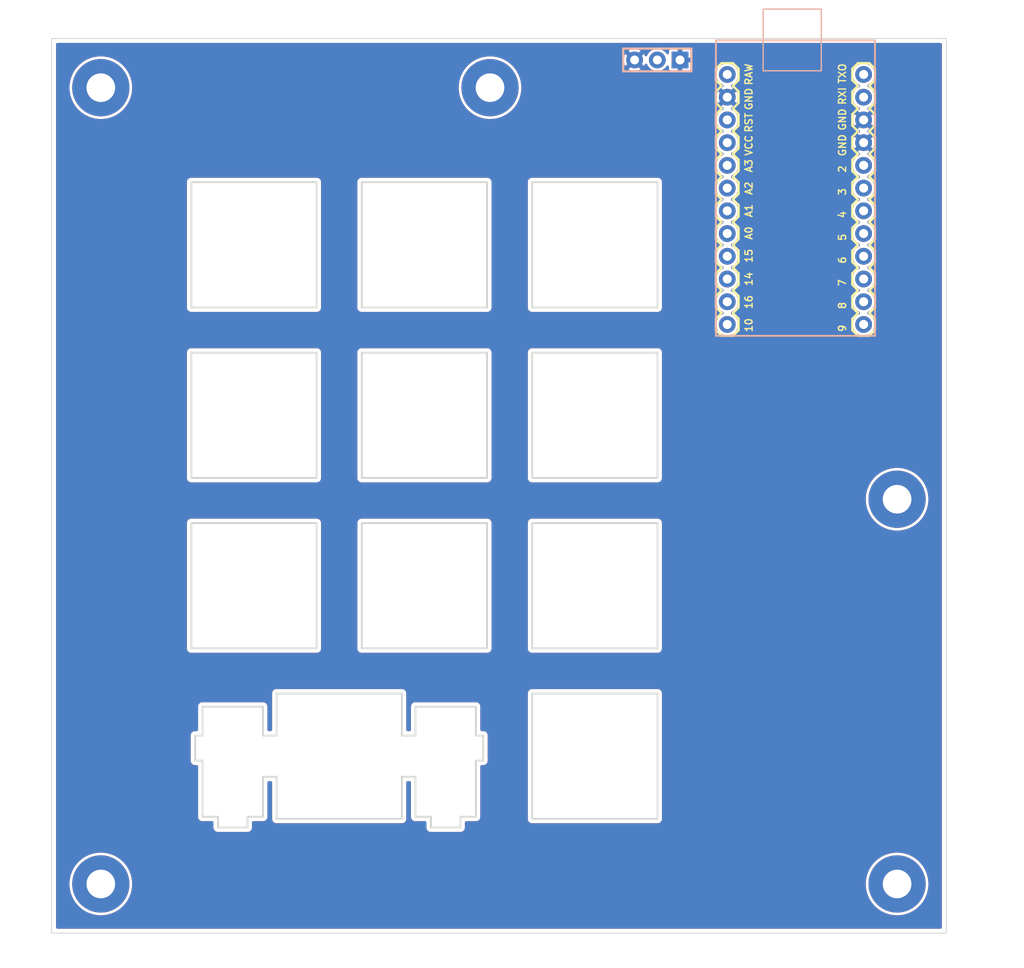
<source format=kicad_pcb>
(kicad_pcb (version 20211014) (generator pcbnew)
  (layers (0 "F.Cu" signal) (31 "B.Cu" signal) (34 "B.Paste" user) (35 "F.Paste" user) (36 "B.SilkS" user "B.Silkscreen") (37 "F.SilkS" user "F.Silkscreen") (38 "B.Mask" user) (39 "F.Mask" user) (44 "Edge.Cuts" user))
  (net 0 "")
  (net 1 "GND")
  (net 2 "+5V")
  (net 3 "row0")
  (net 4 "row1")
  (net 5 "row2")
  (net 6 "row3")
  (net 7 "/reset")
  (net 8 "RGB")
  (net 9 "col2")
  (net 10 "col1")
  (net 11 "col0")
  (footprint "MountingHole:MountingHole_3.2mm_M3_Pad" (layer "F.Cu") (at -7.5 4.5)
    (fp_text reference "REF**" hide)
    (fp_text value "MountingHole_3.2mm_M3_Pad")
    (pad "1" thru_hole circle (at 0 0) (size 6.4 6.4) (drill 3.2) (layers *.Cu *.Mask))
  )
  (footprint "MountingHole:MountingHole_3.2mm_M3_Pad" (layer "F.Cu") (at 36 -84.5)
    (fp_text reference "REF**" hide)
    (fp_text value "MountingHole_3.2mm_M3_Pad")
    (pad "1" thru_hole circle (at 0 0) (size 6.4 6.4) (drill 3.2) (layers *.Cu *.Mask))
  )
  (footprint "MountingHole:MountingHole_3.2mm_M3_Pad" (layer "F.Cu") (at 81.5 -38.5)
    (fp_text reference "REF**" hide)
    (fp_text value "MountingHole_3.2mm_M3_Pad")
    (pad "1" thru_hole circle (at 0 0) (size 6.4 6.4) (drill 3.2) (layers *.Cu *.Mask))
  )
  (footprint "MountingHole:MountingHole_3.2mm_M3_Pad" (layer "F.Cu") (at 81.5 4.5)
    (fp_text reference "REF**" hide)
    (fp_text value "MountingHole_3.2mm_M3_Pad")
    (pad "1" thru_hole circle (at 0 0) (size 6.4 6.4) (drill 3.2) (layers *.Cu *.Mask))
  )
  (footprint "MountingHole:MountingHole_3.2mm_M3_Pad" (layer "F.Cu") (at -7.5 -84.5)
    (fp_text reference "REF**" hide)
    (fp_text value "MountingHole_3.2mm_M3_Pad")
    (pad "1" thru_hole circle (at 0 0) (size 6.4 6.4) (drill 3.2) (layers *.Cu *.Mask))
  )
  (footprint "kicad_lceda:排针3P" (layer "B.Cu") (at 54.7 -87.6 180)
    (fp_text reference "J1")
    (fp_text value "lceda")
    (fp_line (start 3.81 -1.27) (end -3.81 -1.27) (layer "B.SilkS") (width 0.254))
    (fp_line (start 3.81 1.27) (end 3.81 -1.27) (layer "B.SilkS") (width 0.254))
    (fp_line (start -3.81 1.27) (end 3.81 1.27) (layer "B.SilkS") (width 0.254))
    (fp_line (start -3.81 -1.27) (end -3.81 1.27) (layer "B.SilkS") (width 0.254))
    (pad "1" thru_hole rect locked (at -2.54 0 180) (size 1.88 1.88) (drill 1) (layers *.Cu *.Mask) (net 1 "GND"))
    (pad "2" thru_hole circle locked (at 0 0 180) (size 1.88 1.88) (drill 1) (layers *.Cu *.Mask) (net 7 "/reset"))
    (pad "3" thru_hole circle locked (at 2.54 0 180) (size 1.88 1.88) (drill 1) (layers *.Cu *.Mask) (net 1 "GND"))
  )
  (footprint "kicad_lceda:Arduino_PRO_MICRO" (layer "B.Cu") (at 79.0285 -89.786 180)
    (fp_text reference "P1")
    (fp_text value "Pro_Micro_-_5V")
    (fp_text user "RST" (at 14.1 -7.998411 90) (layer "F.SilkS") (effects (font (size 0.8 0.8) (thickness 0.152)) (justify right)))
    (fp_text user "6" (at 3.644 -24.071428 90) (layer "F.SilkS") (effects (font (size 0.8 0.8) (thickness 0.152)) (justify right)))
    (fp_text user "A0" (at 14.1 -20.71749 90) (layer "F.SilkS") (effects (font (size 0.8 0.8) (thickness 0.152)) (justify right)))
    (fp_text user "3" (at 3.644 -16.442857 90) (layer "F.SilkS") (effects (font (size 0.8 0.8) (thickness 0.152)) (justify right)))
    (fp_text user "GND" (at 3.644 -10.4 90) (layer "F.SilkS") (effects (font (size 0.8 0.8) (thickness 0.152)) (justify right)))
    (fp_text user "14" (at 14.1 -25.805341 90) (layer "F.SilkS") (effects (font (size 0.8 0.8) (thickness 0.152)) (justify right)))
    (fp_text user "GND" (at 3.644 -7.525397 90) (layer "F.SilkS") (effects (font (size 0.8 0.8) (thickness 0.152)) (justify right)))
    (fp_text user "5" (at 3.644 -21.528571 90) (layer "F.SilkS") (effects (font (size 0.8 0.8) (thickness 0.152)) (justify right)))
    (fp_text user "8" (at 3.644 -29.157142 90) (layer "F.SilkS") (effects (font (size 0.8 0.8) (thickness 0.152)) (justify right)))
    (fp_text user "A1" (at 14.1 -18.21166 90) (layer "F.SilkS") (effects (font (size 0.8 0.8) (thickness 0.152)) (justify right)))
    (fp_text user "GND" (at 14.1 -5.230158 90) (layer "F.SilkS") (effects (font (size 0.8 0.8) (thickness 0.152)) (justify right)))
    (fp_text user "RAW" (at 14.1 -2.5 90) (layer "F.SilkS") (effects (font (size 0.8 0.8) (thickness 0.152)) (justify right)))
    (fp_text user "9" (at 3.644 -31.7 90) (layer "F.SilkS") (effects (font (size 0.8 0.8) (thickness 0.152)) (justify right)))
    (fp_text user "RXI" (at 3.644 -5.146032 90) (layer "F.SilkS") (effects (font (size 0.8 0.8) (thickness 0.152)) (justify right)))
    (fp_text user "16" (at 14.1 -28.387362 90) (layer "F.SilkS") (effects (font (size 0.8 0.8) (thickness 0.152)) (justify right)))
    (fp_text user "A3" (at 14.1 -13.2 90) (layer "F.SilkS") (effects (font (size 0.8 0.8) (thickness 0.152)) (justify right)))
    (fp_text user "TXO" (at 3.644 -2.5 90) (layer "F.SilkS") (effects (font (size 0.8 0.8) (thickness 0.152)) (justify right)))
    (fp_text user "10" (at 14.1 -30.969389 90) (layer "F.SilkS") (effects (font (size 0.8 0.8) (thickness 0.152)) (justify right)))
    (fp_text user "A2" (at 14.1 -15.70583 90) (layer "F.SilkS") (effects (font (size 0.8 0.8) (thickness 0.152)) (justify right)))
    (fp_text user "2" (at 3.644 -13.9 90) (layer "F.SilkS") (effects (font (size 0.8 0.8) (thickness 0.152)) (justify right)))
    (fp_text user "VCC" (at 14.1 -10.5 90) (layer "F.SilkS") (effects (font (size 0.8 0.8) (thickness 0.152)) (justify right)))
    (fp_text user "7" (at 3.644 -26.614285 90) (layer "F.SilkS") (effects (font (size 0.8 0.8) (thickness 0.152)) (justify right)))
    (fp_text user "15" (at 14.1 -23.22332 90) (layer "F.SilkS") (effects (font (size 0.8 0.8) (thickness 0.152)) (justify right)))
    (fp_text user "4" (at 3.644 -18.985714 90) (layer "F.SilkS") (effects (font (size 0.8 0.8) (thickness 0.152)) (justify right)))
    (fp_line (start 0 0) (end 0 -33.02) (layer "B.SilkS") (width 0.203))
    (fp_line (start 17.78 -33.02) (end 17.78 0) (layer "B.SilkS") (width 0.203))
    (fp_line (start 0 -33.02) (end 17.78 -33.02) (layer "B.SilkS") (width 0.203))
    (fp_line (start 17.78 0) (end 0 0) (layer "B.SilkS") (width 0.203))
    (fp_rect (start 6 3.5) (end 12.5 -3.4) (layer "B.SilkS") (width 0.15) (fill none))
    (fp_line (start 15.24 -4.445) (end 15.875 -5.08) (layer "F.SilkS") (width 0.254))
    (fp_line (start 2.54 -20.955) (end 1.905 -20.32) (layer "F.SilkS") (width 0.254))
    (fp_line (start 0 -27.305) (end 0.635 -27.94) (layer "F.SilkS") (width 0.254))
    (fp_line (start 0 -22.225) (end 0.635 -22.86) (layer "F.SilkS") (width 0.254))
    (fp_line (start 1.905 -5.08) (end 2.54 -4.445) (layer "F.SilkS") (width 0.254))
    (fp_line (start 15.24 -29.845) (end 15.875 -30.48) (layer "F.SilkS") (width 0.254))
    (fp_line (start 1.905 -10.16) (end 2.54 -9.525) (layer "F.SilkS") (width 0.254))
    (fp_line (start 17.145 -20.32) (end 17.78 -19.685) (layer "F.SilkS") (width 0.254))
    (fp_line (start 17.145 -25.4) (end 17.78 -24.765) (layer "F.SilkS") (width 0.254))
    (fp_line (start 0 -32.385) (end 0.635 -33.02) (layer "F.SilkS") (width 0.254))
    (fp_line (start 15.875 -27.94) (end 15.24 -28.575) (layer "F.SilkS") (width 0.254))
    (fp_line (start 17.145 -5.08) (end 17.78 -4.445) (layer "F.SilkS") (width 0.254))
    (fp_line (start 2.54 -9.525) (end 2.54 -8.255) (layer "F.SilkS") (width 0.254))
    (fp_line (start 17.145 -2.54) (end 15.875 -2.54) (layer "F.SilkS") (width 0.254))
    (fp_line (start 0 -31.115) (end 0 -32.385) (layer "F.SilkS") (width 0.254))
    (fp_line (start 15.24 -28.575) (end 15.24 -29.845) (layer "F.SilkS") (width 0.254))
    (fp_line (start 15.24 -15.875) (end 15.24 -17.145) (layer "F.SilkS") (width 0.254))
    (fp_line (start 2.54 -28.575) (end 1.905 -27.94) (layer "F.SilkS") (width 0.254))
    (fp_line (start 1.905 -2.54) (end 0.635 -2.54) (layer "F.SilkS") (width 0.254))
    (fp_line (start 0 -13.335) (end 0 -14.605) (layer "F.SilkS") (width 0.254))
    (fp_line (start 15.24 -24.765) (end 15.875 -25.4) (layer "F.SilkS") (width 0.254))
    (fp_line (start 0 -28.575) (end 0 -29.845) (layer "F.SilkS") (width 0.254))
    (fp_line (start 0.635 -10.16) (end 0 -10.795) (layer "F.SilkS") (width 0.254))
    (fp_line (start 15.24 -14.605) (end 15.875 -15.24) (layer "F.SilkS") (width 0.254))
    (fp_line (start 0 -3.175) (end 0 -4.445) (layer "F.SilkS") (width 0.254))
    (fp_line (start 15.24 -26.035) (end 15.24 -27.305) (layer "F.SilkS") (width 0.254))
    (fp_line (start 1.905 -33.02) (end 2.54 -32.385) (layer "F.SilkS") (width 0.254))
    (fp_line (start 1.905 -15.24) (end 2.54 -14.605) (layer "F.SilkS") (width 0.254))
    (fp_line (start 1.905 -25.4) (end 2.54 -24.765) (layer "F.SilkS") (width 0.254))
    (fp_line (start 2.54 -6.985) (end 2.54 -5.715) (layer "F.SilkS") (width 0.254))
    (fp_line (start 0.635 -7.62) (end 0 -8.255) (layer "F.SilkS") (width 0.254))
    (fp_line (start 2.54 -18.415) (end 1.905 -17.78) (layer "F.SilkS") (width 0.254))
    (fp_line (start 1.905 -20.32) (end 2.54 -19.685) (layer "F.SilkS") (width 0.254))
    (fp_line (start 17.78 -9.525) (end 17.78 -8.255) (layer "F.SilkS") (width 0.254))
    (fp_line (start 15.875 -20.32) (end 15.24 -20.955) (layer "F.SilkS") (width 0.254))
    (fp_line (start 15.24 -18.415) (end 15.24 -19.685) (layer "F.SilkS") (width 0.254))
    (fp_line (start 15.24 -17.145) (end 15.875 -17.78) (layer "F.SilkS") (width 0.254))
    (fp_line (start 15.24 -8.255) (end 15.24 -9.525) (layer "F.SilkS") (width 0.254))
    (fp_line (start 15.24 -3.175) (end 15.24 -4.445) (layer "F.SilkS") (width 0.254))
    (fp_line (start 0 -29.845) (end 0.635 -30.48) (layer "F.SilkS") (width 0.254))
    (fp_line (start 0 -5.715) (end 0 -6.985) (layer "F.SilkS") (width 0.254))
    (fp_line (start 0.635 -15.24) (end 0 -15.875) (layer "F.SilkS") (width 0.254))
    (fp_line (start 17.78 -28.575) (end 17.145 -27.94) (layer "F.SilkS") (width 0.254))
    (fp_line (start 1.905 -22.86) (end 2.54 -22.225) (layer "F.SilkS") (width 0.254))
    (fp_line (start 0.635 -17.78) (end 0 -18.415) (layer "F.SilkS") (width 0.254))
    (fp_line (start 17.78 -23.495) (end 17.145 -22.86) (layer "F.SilkS") (width 0.254))
    (fp_line (start 15.24 -20.955) (end 15.24 -22.225) (layer "F.SilkS") (width 0.254))
    (fp_line (start 2.54 -31.115) (end 1.905 -30.48) (layer "F.SilkS") (width 0.254))
    (fp_line (start 17.145 -7.62) (end 17.78 -6.985) (layer "F.SilkS") (width 0.254))
    (fp_line (start 17.145 -15.24) (end 17.78 -14.605) (layer "F.SilkS") (width 0.254))
    (fp_line (start 0 -4.445) (end 0.635 -5.08) (layer "F.SilkS") (width 0.254))
    (fp_line (start 17.78 -26.035) (end 17.145 -25.4) (layer "F.SilkS") (width 0.254))
    (fp_line (start 2.54 -32.385) (end 2.54 -31.115) (layer "F.SilkS") (width 0.254))
    (fp_line (start 0 -26.035) (end 0 -27.305) (layer "F.SilkS") (width 0.254))
    (fp_line (start 17.145 -27.94) (end 17.78 -27.305) (layer "F.SilkS") (width 0.254))
    (fp_line (start 0.635 -12.7) (end 0 -13.335) (layer "F.SilkS") (width 0.254))
    (fp_line (start 2.54 -17.145) (end 2.54 -15.875) (layer "F.SilkS") (width 0.254))
    (fp_line (start 0.635 -5.08) (end 0 -5.715) (layer "F.SilkS") (width 0.254))
    (fp_line (start 2.54 -13.335) (end 1.905 -12.7) (layer "F.SilkS") (width 0.254))
    (fp_line (start 2.54 -4.445) (end 2.54 -3.175) (layer "F.SilkS") (width 0.254))
    (fp_line (start 0 -6.985) (end 0.635 -7.62) (layer "F.SilkS") (width 0.254))
    (fp_line (start 17.78 -15.875) (end 17.145 -15.24) (layer "F.SilkS") (width 0.254))
    (fp_line (start 17.78 -12.065) (end 17.78 -10.795) (layer "F.SilkS") (width 0.254))
    (fp_line (start 0 -12.065) (end 0.635 -12.7) (layer "F.SilkS") (width 0.254))
    (fp_line (start 15.875 -15.24) (end 15.24 -15.875) (layer "F.SilkS") (width 0.254))
    (fp_line (start 2.54 -5.715) (end 1.905 -5.08) (layer "F.SilkS") (width 0.254))
    (fp_line (start 17.145 -17.78) (end 17.78 -17.145) (layer "F.SilkS") (width 0.254))
    (fp_line (start 17.78 -29.845) (end 17.78 -28.575) (layer "F.SilkS") (width 0.254))
    (fp_line (start 15.875 -17.78) (end 15.24 -18.415) (layer "F.SilkS") (width 0.254))
    (fp_line (start 2.54 -8.255) (end 1.905 -7.62) (layer "F.SilkS") (width 0.254))
    (fp_line (start 0.635 -20.32) (end 0 -20.955) (layer "F.SilkS") (width 0.254))
    (fp_line (start 2.54 -26.035) (end 1.905 -25.4) (layer "F.SilkS") (width 0.254))
    (fp_line (start 17.78 -14.605) (end 17.78 -13.335) (layer "F.SilkS") (width 0.254))
    (fp_line (start 17.78 -19.685) (end 17.78 -18.415) (layer "F.SilkS") (width 0.254))
    (fp_line (start 1.905 -7.62) (end 2.54 -6.985) (layer "F.SilkS") (width 0.254))
    (fp_line (start 0 -9.525) (end 0.635 -10.16) (layer "F.SilkS") (width 0.254))
    (fp_line (start 17.78 -3.175) (end 17.145 -2.54) (layer "F.SilkS") (width 0.254))
    (fp_line (start 17.78 -13.335) (end 17.145 -12.7) (layer "F.SilkS") (width 0.254))
    (fp_line (start 0.635 -27.94) (end 0 -28.575) (layer "F.SilkS") (width 0.254))
    (fp_line (start 17.78 -32.385) (end 17.78 -31.115) (layer "F.SilkS") (width 0.254))
    (fp_line (start 0 -8.255) (end 0 -9.525) (layer "F.SilkS") (width 0.254))
    (fp_line (start 17.78 -4.445) (end 17.78 -3.175) (layer "F.SilkS") (width 0.254))
    (fp_line (start 0 -24.765) (end 0.635 -25.4) (layer "F.SilkS") (width 0.254))
    (fp_line (start 15.875 -25.4) (end 15.24 -26.035) (layer "F.SilkS") (width 0.254))
    (fp_line (start 17.78 -27.305) (end 17.78 -26.035) (layer "F.SilkS") (width 0.254))
    (fp_line (start 0 -17.145) (end 0.635 -17.78) (layer "F.SilkS") (width 0.254))
    (fp_line (start 0.635 -22.86) (end 0 -23.495) (layer "F.SilkS") (width 0.254))
    (fp_line (start 0 -20.955) (end 0 -22.225) (layer "F.SilkS") (width 0.254))
    (fp_line (start 2.54 -22.225) (end 2.54 -20.955) (layer "F.SilkS") (width 0.254))
    (fp_line (start 15.24 -6.985) (end 15.875 -7.62) (layer "F.SilkS") (width 0.254))
    (fp_line (start 17.78 -18.415) (end 17.145 -17.78) (layer "F.SilkS") (width 0.254))
    (fp_line (start 17.145 -10.16) (end 17.78 -9.525) (layer "F.SilkS") (width 0.254))
    (fp_line (start 15.24 -27.305) (end 15.875 -27.94) (layer "F.SilkS") (width 0.254))
    (fp_line (start 15.24 -12.065) (end 15.875 -12.7) (layer "F.SilkS") (width 0.254))
    (fp_line (start 0.635 -25.4) (end 0 -26.035) (layer "F.SilkS") (width 0.254))
    (fp_line (start 15.875 -10.16) (end 15.24 -10.795) (layer "F.SilkS") (width 0.254))
    (fp_line (start 17.78 -5.715) (end 17.145 -5.08) (layer "F.SilkS") (width 0.254))
    (fp_line (start 15.875 -30.48) (end 15.24 -31.115) (layer "F.SilkS") (width 0.254))
    (fp_line (start 17.78 -22.225) (end 17.78 -20.955) (layer "F.SilkS") (width 0.254))
    (fp_line (start 0 -10.795) (end 0 -12.065) (layer "F.SilkS") (width 0.254))
    (fp_line (start 2.54 -3.175) (end 1.905 -2.54) (layer "F.SilkS") (width 0.254))
    (fp_line (start 15.875 -22.86) (end 15.24 -23.495) (layer "F.SilkS") (width 0.254))
    (fp_line (start 2.54 -10.795) (end 1.905 -10.16) (layer "F.SilkS") (width 0.254))
    (fp_line (start 17.78 -6.985) (end 17.78 -5.715) (layer "F.SilkS") (width 0.254))
    (fp_line (start 17.78 -24.765) (end 17.78 -23.495) (layer "F.SilkS") (width 0.254))
    (fp_line (start 15.24 -13.335) (end 15.24 -14.605) (layer "F.SilkS") (width 0.254))
    (fp_line (start 15.24 -10.795) (end 15.24 -12.065) (layer "F.SilkS") (width 0.254))
    (fp_line (start 17.78 -8.255) (end 17.145 -7.62) (layer "F.SilkS") (width 0.254))
    (fp_line (start 15.24 -5.715) (end 15.24 -6.985) (layer "F.SilkS") (width 0.254))
    (fp_line (start 15.24 -22.225) (end 15.875 -22.86) (layer "F.SilkS") (width 0.254))
    (fp_line (start 2.54 -19.685) (end 2.54 -18.415) (layer "F.SilkS") (width 0.254))
    (fp_line (start 0 -14.605) (end 0.635 -15.24) (layer "F.SilkS") (width 0.254))
    (fp_line (start 17.145 -33.02) (end 17.78 -32.385) (layer "F.SilkS") (width 0.254))
    (fp_line (start 1.905 -30.48) (end 2.54 -29.845) (layer "F.SilkS") (width 0.254))
    (fp_line (start 15.24 -9.525) (end 15.875 -10.16) (layer "F.SilkS") (width 0.254))
    (fp_line (start 0.635 -33.02) (end 1.905 -33.02) (layer "F.SilkS") (width 0.254))
    (fp_line (start 15.875 -2.54) (end 15.24 -3.175) (layer "F.SilkS") (width 0.254))
    (fp_line (start 15.24 -32.385) (end 15.875 -33.02) (layer "F.SilkS") (width 0.254))
    (fp_line (start 17.145 -12.7) (end 17.78 -12.065) (layer "F.SilkS") (width 0.254))
    (fp_line (start 2.54 -24.765) (end 2.54 -23.495) (layer "F.SilkS") (width 0.254))
    (fp_line (start 1.905 -17.78) (end 2.54 -17.145) (layer "F.SilkS") (width 0.254))
    (fp_line (start 15.24 -19.685) (end 15.875 -20.32) (layer "F.SilkS") (width 0.254))
    (fp_line (start 17.78 -17.145) (end 17.78 -15.875) (layer "F.SilkS") (width 0.254))
    (fp_line (start 2.54 -29.845) (end 2.54 -28.575) (layer "F.SilkS") (width 0.254))
    (fp_line (start 0.635 -30.48) (end 0 -31.115) (layer "F.SilkS") (width 0.254))
    (fp_line (start 2.54 -27.305) (end 2.54 -26.035) (layer "F.SilkS") (width 0.254))
    (fp_line (start 2.54 -23.495) (end 1.905 -22.86) (layer "F.SilkS") (width 0.254))
    (fp_line (start 17.78 -31.115) (end 17.145 -30.48) (layer "F.SilkS") (width 0.254))
    (fp_line (start 1.905 -12.7) (end 2.54 -12.065) (layer "F.SilkS") (width 0.254))
    (fp_line (start 15.875 -33.02) (end 17.145 -33.02) (layer "F.SilkS") (width 0.254))
    (fp_line (start 17.145 -22.86) (end 17.78 -22.225) (layer "F.SilkS") (width 0.254))
    (fp_line (start 0 -18.415) (end 0 -19.685) (layer "F.SilkS") (width 0.254))
    (fp_line (start 15.875 -7.62) (end 15.24 -8.255) (layer "F.SilkS") (width 0.254))
    (fp_line (start 17.145 -30.48) (end 17.78 -29.845) (layer "F.SilkS") (width 0.254))
    (fp_line (start 15.875 -5.08) (end 15.24 -5.715) (layer "F.SilkS") (width 0.254))
    (fp_line (start 17.78 -20.955) (end 17.145 -20.32) (layer "F.SilkS") (width 0.254))
    (fp_line (start 0 -19.685) (end 0.635 -20.32) (layer "F.SilkS") (width 0.254))
    (fp_line (start 2.54 -15.875) (end 1.905 -15.24) (layer "F.SilkS") (width 0.254))
    (fp_line (start 15.24 -23.495) (end 15.24 -24.765) (layer "F.SilkS") (width 0.254))
    (fp_line (start 0 -15.875) (end 0 -17.145) (layer "F.SilkS") (width 0.254))
    (fp_line (start 2.54 -14.605) (end 2.54 -13.335) (layer "F.SilkS") (width 0.254))
    (fp_line (start 17.78 -10.795) (end 17.145 -10.16) (layer "F.SilkS") (width 0.254))
    (fp_line (start 2.54 -12.065) (end 2.54 -10.795) (layer "F.SilkS") (width 0.254))
    (fp_line (start 15.875 -12.7) (end 15.24 -13.335) (layer "F.SilkS") (width 0.254))
    (fp_line (start 0.635 -2.54) (end 0 -3.175) (layer "F.SilkS") (width 0.254))
    (fp_line (start 15.24 -31.115) (end 15.24 -32.385) (layer "F.SilkS") (width 0.254))
    (fp_line (start 1.905 -27.94) (end 2.54 -27.305) (layer "F.SilkS") (width 0.254))
    (fp_line (start 0 -23.495) (end 0 -24.765) (layer "F.SilkS") (width 0.254))
    (pad "1" thru_hole circle locked (at 1.27 -31.75 180) (size 1.88 1.88) (drill 1.016) (layers *.Cu *.Mask))
    (pad "2" thru_hole circle locked (at 1.27 -29.21 180) (size 1.88 1.88) (drill 1.016) (layers *.Cu *.Mask))
    (pad "3" thru_hole circle locked (at 1.27 -26.67 180) (size 1.88 1.88) (drill 1.016) (layers *.Cu *.Mask))
    (pad "4" thru_hole circle locked (at 1.27 -24.13 180) (size 1.88 1.88) (drill 1.016) (layers *.Cu *.Mask))
    (pad "5" thru_hole circle locked (at 1.27 -21.59 180) (size 1.88 1.88) (drill 1.016) (layers *.Cu *.Mask))
    (pad "6" thru_hole circle locked (at 1.27 -19.05 180) (size 1.88 1.88) (drill 1.016) (layers *.Cu *.Mask))
    (pad "7" thru_hole circle locked (at 1.27 -16.51 180) (size 1.88 1.88) (drill 1.016) (layers *.Cu *.Mask))
    (pad "8" thru_hole circle locked (at 1.27 -13.97 180) (size 1.88 1.88) (drill 1.016) (layers *.Cu *.Mask))
    (pad "9" thru_hole circle locked (at 1.27 -11.43 180) (size 1.88 1.88) (drill 1.016) (layers *.Cu *.Mask) (net 1 "GND"))
    (pad "10" thru_hole circle locked (at 1.27 -8.89 180) (size 1.88 1.88) (drill 1.016) (layers *.Cu *.Mask) (net 1 "GND"))
    (pad "11" thru_hole circle locked (at 1.27 -6.35 180) (size 1.88 1.88) (drill 1.016) (layers *.Cu *.Mask))
    (pad "12" thru_hole circle locked (at 1.27 -3.81 180) (size 1.88 1.88) (drill 1.016) (layers *.Cu *.Mask))
    (pad "13" thru_hole circle locked (at 16.51 -3.81) (size 1.88 1.88) (drill 1.016) (layers *.Cu *.Mask))
    (pad "14" thru_hole circle locked (at 16.51 -6.35) (size 1.88 1.88) (drill 1.016) (layers *.Cu *.Mask) (net 1 "GND"))
    (pad "15" thru_hole circle locked (at 16.51 -8.89) (size 1.88 1.88) (drill 1.016) (layers *.Cu *.Mask) (net 7 "/reset"))
    (pad "16" thru_hole circle locked (at 16.51 -11.43) (size 1.88 1.88) (drill 1.016) (layers *.Cu *.Mask) (net 2 "+5V"))
    (pad "17" thru_hole circle locked (at 16.51 -13.97) (size 1.88 1.88) (drill 1.016) (layers *.Cu *.Mask) (net 8 "RGB"))
    (pad "18" thru_hole circle locked (at 16.51 -16.51) (size 1.88 1.88) (drill 1.016) (layers *.Cu *.Mask) (net 3 "row0"))
    (pad "19" thru_hole circle locked (at 16.51 -19.05) (size 1.88 1.88) (drill 1.016) (layers *.Cu *.Mask) (net 4 "row1"))
    (pad "20" thru_hole circle locked (at 16.51 -21.59) (size 1.88 1.88) (drill 1.016) (layers *.Cu *.Mask) (net 5 "row2"))
    (pad "21" thru_hole circle locked (at 16.51 -24.13) (size 1.88 1.88) (drill 1.016) (layers *.Cu *.Mask) (net 11 "col0"))
    (pad "22" thru_hole circle locked (at 16.51 -26.67) (size 1.88 1.88) (drill 1.016) (layers *.Cu *.Mask) (net 10 "col1"))
    (pad "23" thru_hole circle locked (at 16.51 -29.21) (size 1.88 1.88) (drill 1.016) (layers *.Cu *.Mask) (net 9 "col2"))
    (pad "24" thru_hole circle locked (at 16.51 -31.75) (size 1.88 1.88) (drill 1.016) (layers *.Cu *.Mask) (net 6 "row3"))
  )
  (gr_line (start 29.3949 -1.8135) (end 32.694 -1.8135) (layer "Edge.Cuts") (width 0.2))
  (gr_line (start 12.1447 -12.0826) (end 10.6192 -12.0826) (layer "Edge.Cuts") (width 0.2))
  (gr_line (start 34.4193 -15.3128) (end 27.6696 -15.3128) (layer "Edge.Cuts") (width 0.2))
  (gr_line (start 34.4193 -3.01377) (end 34.4193 -9.28384) (layer "Edge.Cuts") (width 0.2))
  (gr_line (start 10.6192 -15.3128) (end 3.86955 -15.3128) (layer "Edge.Cuts") (width 0.2))
  (gr_line (start 40.7197 -73.9331) (end 54.719 -73.9331) (layer "Edge.Cuts") (width 0.2))
  (gr_line (start 5.59484 -1.8135) (end 8.89385 -1.8135) (layer "Edge.Cuts") (width 0.2))
  (gr_line (start 3.86955 -9.28384) (end 3.86955 -3.01377) (layer "Edge.Cuts") (width 0.2))
  (gr_line (start 40.7197 -35.833) (end 54.719 -35.833) (layer "Edge.Cuts") (width 0.2))
  (gr_line (start 35.2447 -12.0826) (end 34.4193 -12.0826) (layer "Edge.Cuts") (width 0.2))
  (gr_line (start 26.1441 -16.7831) (end 12.1447 -16.7831) (layer "Edge.Cuts") (width 0.2))
  (gr_line (start 10.6192 -12.0826) (end 10.6192 -15.3128) (layer "Edge.Cuts") (width 0.2))
  (gr_line (start 35.669 -21.8336) (end 21.6697 -21.8336) (layer "Edge.Cuts") (width 0.2))
  (gr_line (start 3.86955 -3.01377) (end 5.59484 -3.01377) (layer "Edge.Cuts") (width 0.2))
  (gr_line (start 54.719 -2.78364) (end 40.7197 -2.78364) (layer "Edge.Cuts") (width 0.2))
  (gr_line (start 40.7197 -16.7831) (end 54.719 -16.7831) (layer "Edge.Cuts") (width 0.2))
  (gr_line (start 21.6697 -54.8831) (end 35.669 -54.8831) (layer "Edge.Cuts") (width 0.2))
  (gr_line (start 16.6192 -73.9331) (end 16.6192 -59.9338) (layer "Edge.Cuts") (width 0.2))
  (gr_line (start 40.7197 -21.8336) (end 40.7197 -35.833) (layer "Edge.Cuts") (width 0.2))
  (gr_line (start 21.6697 -73.9331) (end 35.669 -73.9331) (layer "Edge.Cuts") (width 0.2))
  (gr_line (start 8.89385 -3.01377) (end 10.6192 -3.01377) (layer "Edge.Cuts") (width 0.2))
  (gr_line (start 27.6696 -7.48273) (end 27.6696 -3.01377) (layer "Edge.Cuts") (width 0.2))
  (gr_line (start 21.6697 -59.9338) (end 21.6697 -73.9331) (layer "Edge.Cuts") (width 0.2))
  (gr_line (start 12.1447 -16.7831) (end 12.1447 -12.0826) (layer "Edge.Cuts") (width 0.2))
  (gr_line (start 54.719 -73.9331) (end 54.719 -59.9338) (layer "Edge.Cuts") (width 0.2))
  (gr_line (start 3.86955 -12.0826) (end 3.04409 -12.0826) (layer "Edge.Cuts") (width 0.2))
  (gr_line (start 26.1441 -2.78364) (end 26.1441 -7.48273) (layer "Edge.Cuts") (width 0.2))
  (gr_line (start 40.7197 -40.8838) (end 40.7197 -54.8831) (layer "Edge.Cuts") (width 0.2))
  (gr_line (start 40.7197 -54.8831) (end 54.719 -54.8831) (layer "Edge.Cuts") (width 0.2))
  (gr_line (start 2.61965 -59.9338) (end 2.61965 -73.9331) (layer "Edge.Cuts") (width 0.2))
  (gr_line (start 54.719 -16.7831) (end 54.719 -2.78364) (layer "Edge.Cuts") (width 0.2))
  (gr_line (start 29.3949 -3.01377) (end 29.3949 -1.8135) (layer "Edge.Cuts") (width 0.2))
  (gr_line (start 21.6697 -40.8838) (end 21.6697 -54.8831) (layer "Edge.Cuts") (width 0.2))
  (gr_line (start 2.61965 -35.833) (end 16.6192 -35.833) (layer "Edge.Cuts") (width 0.2))
  (gr_line (start 2.61965 -40.8838) (end 2.61965 -54.8831) (layer "Edge.Cuts") (width 0.2))
  (gr_line (start 16.6192 -40.8838) (end 2.61965 -40.8838) (layer "Edge.Cuts") (width 0.2))
  (gr_line (start 35.669 -73.9331) (end 35.669 -59.9338) (layer "Edge.Cuts") (width 0.2))
  (gr_line (start 21.6697 -21.8336) (end 21.6697 -35.833) (layer "Edge.Cuts") (width 0.2))
  (gr_line (start 35.2447 -9.28384) (end 35.2447 -12.0826) (layer "Edge.Cuts") (width 0.2))
  (gr_line (start 27.6696 -15.3128) (end 27.6696 -12.0826) (layer "Edge.Cuts") (width 0.2))
  (gr_line (start 5.59484 -3.01377) (end 5.59484 -1.8135) (layer "Edge.Cuts") (width 0.2))
  (gr_line (start 8.89385 -1.8135) (end 8.89385 -3.01377) (layer "Edge.Cuts") (width 0.2))
  (gr_line (start 35.669 -35.833) (end 35.669 -21.8336) (layer "Edge.Cuts") (width 0.2))
  (gr_line (start 16.6192 -35.833) (end 16.6192 -21.8336) (layer "Edge.Cuts") (width 0.2))
  (gr_line (start 12.1447 -7.48273) (end 12.1447 -2.78364) (layer "Edge.Cuts") (width 0.2))
  (gr_line (start 21.6697 -35.833) (end 35.669 -35.833) (layer "Edge.Cuts") (width 0.2))
  (gr_line (start 12.1447 -2.78364) (end 26.1441 -2.78364) (layer "Edge.Cuts") (width 0.2))
  (gr_line (start 40.7197 -2.78364) (end 40.7197 -16.7831) (layer "Edge.Cuts") (width 0.2))
  (gr_line (start 54.719 -35.833) (end 54.719 -21.8336) (layer "Edge.Cuts") (width 0.2))
  (gr_line (start 54.719 -21.8336) (end 40.7197 -21.8336) (layer "Edge.Cuts") (width 0.2))
  (gr_line (start 27.6696 -3.01377) (end 29.3949 -3.01377) (layer "Edge.Cuts") (width 0.2))
  (gr_line (start 54.719 -40.8838) (end 40.7197 -40.8838) (layer "Edge.Cuts") (width 0.2))
  (gr_line (start 34.4193 -9.28384) (end 35.2447 -9.28384) (layer "Edge.Cuts") (width 0.2))
  (gr_line (start 27.6696 -12.0826) (end 26.1441 -12.0826) (layer "Edge.Cuts") (width 0.2))
  (gr_line (start 3.04409 -9.28384) (end 3.86955 -9.28384) (layer "Edge.Cuts") (width 0.2))
  (gr_line (start 35.669 -54.8831) (end 35.669 -40.8838) (layer "Edge.Cuts") (width 0.2))
  (gr_line (start 40.7197 -59.9338) (end 40.7197 -73.9331) (layer "Edge.Cuts") (width 0.2))
  (gr_line (start 16.6192 -21.8336) (end 2.61965 -21.8336) (layer "Edge.Cuts") (width 0.2))
  (gr_line (start 26.1441 -7.48273) (end 27.6696 -7.48273) (layer "Edge.Cuts") (width 0.2))
  (gr_line (start 10.6192 -7.48273) (end 12.1447 -7.48273) (layer "Edge.Cuts") (width 0.2))
  (gr_line (start 32.694 -1.8135) (end 32.694 -3.01377) (layer "Edge.Cuts") (width 0.2))
  (gr_line (start 32.694 -3.01377) (end 34.4193 -3.01377) (layer "Edge.Cuts") (width 0.2))
  (gr_line (start 54.719 -54.8831) (end 54.719 -40.8838) (layer "Edge.Cuts") (width 0.2))
  (gr_line (start 34.4193 -12.0826) (end 34.4193 -15.3128) (layer "Edge.Cuts") (width 0.2))
  (gr_rect (start -13 10) (end 87 -90) (layer "Edge.Cuts") (width 0.1) (fill none))
  (gr_line (start 3.86955 -15.3128) (end 3.86955 -12.0826) (layer "Edge.Cuts") (width 0.2))
  (gr_line (start 16.6192 -54.8831) (end 16.6192 -40.8838) (layer "Edge.Cuts") (width 0.2))
  (gr_line (start 35.669 -59.9338) (end 21.6697 -59.9338) (layer "Edge.Cuts") (width 0.2))
  (gr_line (start 2.61965 -54.8831) (end 16.6192 -54.8831) (layer "Edge.Cuts") (width 0.2))
  (gr_line (start 10.6192 -3.01377) (end 10.6192 -7.48273) (layer "Edge.Cuts") (width 0.2))
  (gr_line (start 2.61965 -21.8336) (end 2.61965 -35.833) (layer "Edge.Cuts") (width 0.2))
  (gr_line (start 16.6192 -59.9338) (end 2.61965 -59.9338) (layer "Edge.Cuts") (width 0.2))
  (gr_line (start 2.61965 -73.9331) (end 16.6192 -73.9331) (layer "Edge.Cuts") (width 0.2))
  (gr_line (start 35.669 -40.8838) (end 21.6697 -40.8838) (layer "Edge.Cuts") (width 0.2))
  (gr_line (start 26.1441 -12.0826) (end 26.1441 -16.7831) (layer "Edge.Cuts") (width 0.2))
  (gr_line (start 54.719 -59.9338) (end 40.7197 -59.9338) (layer "Edge.Cuts") (width 0.2))
  (gr_line (start 3.04409 -12.0826) (end 3.04409 -9.28384) (layer "Edge.Cuts") (width 0.2))
  (zone (net 1) (net_name "GND") (layers F&B.Cu) (connect_pads (clearance 0.3)) (min_thickness 0.3) (fill yes (thermal_gap 0.3) (thermal_bridge_width 0.5) (smoothing fillet) (radius 0.3))
    (polygon (pts (xy 95.7 13.9) (xy -16.6 13.9) (xy -16.6 -94.3) (xy 95.7 -94.3)))
  )
)
</source>
